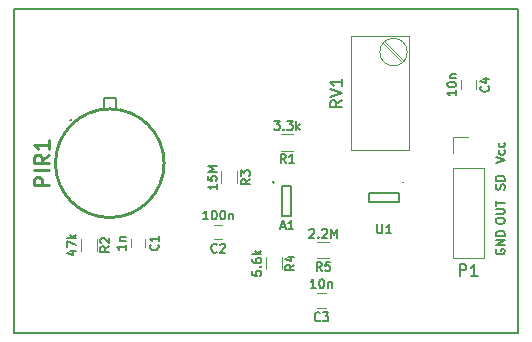
<source format=gbr>
%TF.GenerationSoftware,KiCad,Pcbnew,4.0.7*%
%TF.CreationDate,2018-05-13T14:57:25+02:00*%
%TF.ProjectId,nestbox,6E657374626F782E6B696361645F7063,rev?*%
%TF.FileFunction,Legend,Top*%
%FSLAX46Y46*%
G04 Gerber Fmt 4.6, Leading zero omitted, Abs format (unit mm)*
G04 Created by KiCad (PCBNEW 4.0.7) date 05/13/18 14:57:25*
%MOMM*%
%LPD*%
G01*
G04 APERTURE LIST*
%ADD10C,0.150000*%
%ADD11C,0.200000*%
%ADD12C,0.254000*%
%ADD13C,0.120000*%
%ADD14C,0.050000*%
G04 APERTURE END LIST*
D10*
X154650000Y-113966428D02*
X154614286Y-114037857D01*
X154614286Y-114145000D01*
X154650000Y-114252143D01*
X154721429Y-114323571D01*
X154792857Y-114359286D01*
X154935714Y-114395000D01*
X155042857Y-114395000D01*
X155185714Y-114359286D01*
X155257143Y-114323571D01*
X155328571Y-114252143D01*
X155364286Y-114145000D01*
X155364286Y-114073571D01*
X155328571Y-113966428D01*
X155292857Y-113930714D01*
X155042857Y-113930714D01*
X155042857Y-114073571D01*
X155364286Y-113609286D02*
X154614286Y-113609286D01*
X155364286Y-113180714D01*
X154614286Y-113180714D01*
X155364286Y-112823572D02*
X154614286Y-112823572D01*
X154614286Y-112645000D01*
X154650000Y-112537857D01*
X154721429Y-112466429D01*
X154792857Y-112430714D01*
X154935714Y-112395000D01*
X155042857Y-112395000D01*
X155185714Y-112430714D01*
X155257143Y-112466429D01*
X155328571Y-112537857D01*
X155364286Y-112645000D01*
X155364286Y-112823572D01*
X154614286Y-111604999D02*
X154614286Y-111462142D01*
X154650000Y-111390714D01*
X154721429Y-111319285D01*
X154864286Y-111283571D01*
X155114286Y-111283571D01*
X155257143Y-111319285D01*
X155328571Y-111390714D01*
X155364286Y-111462142D01*
X155364286Y-111604999D01*
X155328571Y-111676428D01*
X155257143Y-111747857D01*
X155114286Y-111783571D01*
X154864286Y-111783571D01*
X154721429Y-111747857D01*
X154650000Y-111676428D01*
X154614286Y-111604999D01*
X154614286Y-110962143D02*
X155221429Y-110962143D01*
X155292857Y-110926428D01*
X155328571Y-110890714D01*
X155364286Y-110819285D01*
X155364286Y-110676428D01*
X155328571Y-110605000D01*
X155292857Y-110569285D01*
X155221429Y-110533571D01*
X154614286Y-110533571D01*
X154614286Y-110283571D02*
X154614286Y-109855000D01*
X155364286Y-110069286D02*
X154614286Y-110069286D01*
X155328571Y-108904286D02*
X155364286Y-108797143D01*
X155364286Y-108618572D01*
X155328571Y-108547143D01*
X155292857Y-108511429D01*
X155221429Y-108475714D01*
X155150000Y-108475714D01*
X155078571Y-108511429D01*
X155042857Y-108547143D01*
X155007143Y-108618572D01*
X154971429Y-108761429D01*
X154935714Y-108832857D01*
X154900000Y-108868572D01*
X154828571Y-108904286D01*
X154757143Y-108904286D01*
X154685714Y-108868572D01*
X154650000Y-108832857D01*
X154614286Y-108761429D01*
X154614286Y-108582857D01*
X154650000Y-108475714D01*
X155364286Y-108154286D02*
X154614286Y-108154286D01*
X154614286Y-107975714D01*
X154650000Y-107868571D01*
X154721429Y-107797143D01*
X154792857Y-107761428D01*
X154935714Y-107725714D01*
X155042857Y-107725714D01*
X155185714Y-107761428D01*
X155257143Y-107797143D01*
X155328571Y-107868571D01*
X155364286Y-107975714D01*
X155364286Y-108154286D01*
X154614286Y-106667856D02*
X155364286Y-106417856D01*
X154614286Y-106167856D01*
X155328571Y-105596428D02*
X155364286Y-105667857D01*
X155364286Y-105810714D01*
X155328571Y-105882142D01*
X155292857Y-105917857D01*
X155221429Y-105953571D01*
X155007143Y-105953571D01*
X154935714Y-105917857D01*
X154900000Y-105882142D01*
X154864286Y-105810714D01*
X154864286Y-105667857D01*
X154900000Y-105596428D01*
X155328571Y-104953571D02*
X155364286Y-105025000D01*
X155364286Y-105167857D01*
X155328571Y-105239285D01*
X155292857Y-105275000D01*
X155221429Y-105310714D01*
X155007143Y-105310714D01*
X154935714Y-105275000D01*
X154900000Y-105239285D01*
X154864286Y-105167857D01*
X154864286Y-105025000D01*
X154900000Y-104953571D01*
X155150000Y-121050000D02*
X156500000Y-121050000D01*
X156500000Y-93600000D02*
X156500000Y-121050000D01*
X113775000Y-93600000D02*
X156525000Y-93600000D01*
X113775000Y-121050000D02*
X113775000Y-93600000D01*
X155175000Y-121050000D02*
X113775000Y-121050000D01*
D11*
X122420000Y-102016000D02*
X122420000Y-101180000D01*
X122420000Y-101180000D02*
X121420000Y-101180000D01*
X121420000Y-101180000D02*
X121420000Y-102031000D01*
D12*
X126520000Y-106680000D02*
G75*
G03X126520000Y-106680000I-4600000J0D01*
G01*
X118632000Y-103025000D02*
G75*
G03X118632000Y-103025000I-59000J0D01*
G01*
D10*
X136544000Y-108630000D02*
X137306000Y-108630000D01*
X137306000Y-108630000D02*
X137306000Y-111170000D01*
X137306000Y-111170000D02*
X136544000Y-111170000D01*
X136544000Y-111170000D02*
X136544000Y-108630000D01*
X135824992Y-108274400D02*
G75*
G03X135824992Y-108274400I-68392J0D01*
G01*
X146724800Y-108305000D02*
G75*
G03X146724800Y-108305000I-50800J0D01*
G01*
X146420000Y-109194000D02*
X146420000Y-109956000D01*
X146420000Y-109956000D02*
X143880000Y-109956000D01*
X143880000Y-109956000D02*
X143880000Y-109194000D01*
X143880000Y-109194000D02*
X146420000Y-109194000D01*
X146420000Y-109194000D02*
X146420000Y-109575000D01*
D13*
X124925000Y-113100000D02*
X124925000Y-113800000D01*
X123725000Y-113800000D02*
X123725000Y-113100000D01*
X131450000Y-113100000D02*
X130750000Y-113100000D01*
X130750000Y-111900000D02*
X131450000Y-111900000D01*
X140200000Y-118900000D02*
X139500000Y-118900000D01*
X139500000Y-117700000D02*
X140200000Y-117700000D01*
X150945000Y-114725000D02*
X153605000Y-114725000D01*
X150945000Y-107045000D02*
X150945000Y-114725000D01*
X153605000Y-107045000D02*
X153605000Y-114725000D01*
X150945000Y-107045000D02*
X153605000Y-107045000D01*
X150945000Y-105775000D02*
X150945000Y-104445000D01*
X150945000Y-104445000D02*
X152275000Y-104445000D01*
X136450000Y-104245000D02*
X137450000Y-104245000D01*
X137450000Y-105605000D02*
X136450000Y-105605000D01*
X119445000Y-114100000D02*
X119445000Y-113100000D01*
X120805000Y-113100000D02*
X120805000Y-114100000D01*
X132730000Y-107375000D02*
X132730000Y-108375000D01*
X131370000Y-108375000D02*
X131370000Y-107375000D01*
X135120000Y-115650000D02*
X135120000Y-114650000D01*
X136480000Y-114650000D02*
X136480000Y-115650000D01*
X139500000Y-113370000D02*
X140500000Y-113370000D01*
X140500000Y-114730000D02*
X139500000Y-114730000D01*
X147100000Y-97270000D02*
G75*
G03X147100000Y-97270000I-1155000J0D01*
G01*
X142325000Y-105590000D02*
X142325000Y-95940000D01*
X147276000Y-105590000D02*
X147276000Y-95940000D01*
X142325000Y-105590000D02*
X147276000Y-105590000D01*
X142325000Y-95940000D02*
X147276000Y-95940000D01*
X145211000Y-96394000D02*
X146821000Y-98005000D01*
X145070000Y-96534000D02*
X146680000Y-98146000D01*
X151700000Y-100375000D02*
X151700000Y-99675000D01*
X152900000Y-99675000D02*
X152900000Y-100375000D01*
D12*
X116779524Y-108554762D02*
X115509524Y-108554762D01*
X115509524Y-108070953D01*
X115570000Y-107950000D01*
X115630476Y-107889524D01*
X115751429Y-107829048D01*
X115932857Y-107829048D01*
X116053810Y-107889524D01*
X116114286Y-107950000D01*
X116174762Y-108070953D01*
X116174762Y-108554762D01*
X116779524Y-107284762D02*
X115509524Y-107284762D01*
X116779524Y-105954286D02*
X116174762Y-106377619D01*
X116779524Y-106680000D02*
X115509524Y-106680000D01*
X115509524Y-106196191D01*
X115570000Y-106075238D01*
X115630476Y-106014762D01*
X115751429Y-105954286D01*
X115932857Y-105954286D01*
X116053810Y-106014762D01*
X116114286Y-106075238D01*
X116174762Y-106196191D01*
X116174762Y-106680000D01*
X116779524Y-104744762D02*
X116779524Y-105470476D01*
X116779524Y-105107619D02*
X115509524Y-105107619D01*
X115690952Y-105228571D01*
X115811905Y-105349524D01*
X115872381Y-105470476D01*
D10*
X136389286Y-112057000D02*
X136746429Y-112057000D01*
X136317858Y-112271286D02*
X136567858Y-111521286D01*
X136817858Y-112271286D01*
X137460715Y-112271286D02*
X137032143Y-112271286D01*
X137246429Y-112271286D02*
X137246429Y-111521286D01*
X137175000Y-111628429D01*
X137103572Y-111699857D01*
X137032143Y-111735571D01*
D14*
D10*
X144578571Y-111864286D02*
X144578571Y-112471429D01*
X144614286Y-112542857D01*
X144650000Y-112578571D01*
X144721429Y-112614286D01*
X144864286Y-112614286D01*
X144935714Y-112578571D01*
X144971429Y-112542857D01*
X145007143Y-112471429D01*
X145007143Y-111864286D01*
X145757143Y-112614286D02*
X145328571Y-112614286D01*
X145542857Y-112614286D02*
X145542857Y-111864286D01*
X145471428Y-111971429D01*
X145400000Y-112042857D01*
X145328571Y-112078571D01*
D14*
D10*
X125992857Y-113575000D02*
X126028571Y-113610714D01*
X126064286Y-113717857D01*
X126064286Y-113789286D01*
X126028571Y-113896429D01*
X125957143Y-113967857D01*
X125885714Y-114003572D01*
X125742857Y-114039286D01*
X125635714Y-114039286D01*
X125492857Y-114003572D01*
X125421429Y-113967857D01*
X125350000Y-113896429D01*
X125314286Y-113789286D01*
X125314286Y-113717857D01*
X125350000Y-113610714D01*
X125385714Y-113575000D01*
X126064286Y-112860714D02*
X126064286Y-113289286D01*
X126064286Y-113075000D02*
X125314286Y-113075000D01*
X125421429Y-113146429D01*
X125492857Y-113217857D01*
X125528571Y-113289286D01*
X123264286Y-113574999D02*
X123264286Y-114003571D01*
X123264286Y-113789285D02*
X122514286Y-113789285D01*
X122621429Y-113860714D01*
X122692857Y-113932142D01*
X122728571Y-114003571D01*
X122764286Y-113253571D02*
X123264286Y-113253571D01*
X122835714Y-113253571D02*
X122800000Y-113217856D01*
X122764286Y-113146428D01*
X122764286Y-113039285D01*
X122800000Y-112967856D01*
X122871429Y-112932142D01*
X123264286Y-112932142D01*
X130975000Y-114167857D02*
X130939286Y-114203571D01*
X130832143Y-114239286D01*
X130760714Y-114239286D01*
X130653571Y-114203571D01*
X130582143Y-114132143D01*
X130546428Y-114060714D01*
X130510714Y-113917857D01*
X130510714Y-113810714D01*
X130546428Y-113667857D01*
X130582143Y-113596429D01*
X130653571Y-113525000D01*
X130760714Y-113489286D01*
X130832143Y-113489286D01*
X130939286Y-113525000D01*
X130975000Y-113560714D01*
X131260714Y-113560714D02*
X131296428Y-113525000D01*
X131367857Y-113489286D01*
X131546428Y-113489286D01*
X131617857Y-113525000D01*
X131653571Y-113560714D01*
X131689286Y-113632143D01*
X131689286Y-113703571D01*
X131653571Y-113810714D01*
X131225000Y-114239286D01*
X131689286Y-114239286D01*
X130260715Y-111439286D02*
X129832143Y-111439286D01*
X130046429Y-111439286D02*
X130046429Y-110689286D01*
X129975000Y-110796429D01*
X129903572Y-110867857D01*
X129832143Y-110903571D01*
X130725001Y-110689286D02*
X130796429Y-110689286D01*
X130867858Y-110725000D01*
X130903572Y-110760714D01*
X130939286Y-110832143D01*
X130975001Y-110975000D01*
X130975001Y-111153571D01*
X130939286Y-111296429D01*
X130903572Y-111367857D01*
X130867858Y-111403571D01*
X130796429Y-111439286D01*
X130725001Y-111439286D01*
X130653572Y-111403571D01*
X130617858Y-111367857D01*
X130582143Y-111296429D01*
X130546429Y-111153571D01*
X130546429Y-110975000D01*
X130582143Y-110832143D01*
X130617858Y-110760714D01*
X130653572Y-110725000D01*
X130725001Y-110689286D01*
X131439287Y-110689286D02*
X131510715Y-110689286D01*
X131582144Y-110725000D01*
X131617858Y-110760714D01*
X131653572Y-110832143D01*
X131689287Y-110975000D01*
X131689287Y-111153571D01*
X131653572Y-111296429D01*
X131617858Y-111367857D01*
X131582144Y-111403571D01*
X131510715Y-111439286D01*
X131439287Y-111439286D01*
X131367858Y-111403571D01*
X131332144Y-111367857D01*
X131296429Y-111296429D01*
X131260715Y-111153571D01*
X131260715Y-110975000D01*
X131296429Y-110832143D01*
X131332144Y-110760714D01*
X131367858Y-110725000D01*
X131439287Y-110689286D01*
X132010715Y-110939286D02*
X132010715Y-111439286D01*
X132010715Y-111010714D02*
X132046430Y-110975000D01*
X132117858Y-110939286D01*
X132225001Y-110939286D01*
X132296430Y-110975000D01*
X132332144Y-111046429D01*
X132332144Y-111439286D01*
X139725000Y-119967857D02*
X139689286Y-120003571D01*
X139582143Y-120039286D01*
X139510714Y-120039286D01*
X139403571Y-120003571D01*
X139332143Y-119932143D01*
X139296428Y-119860714D01*
X139260714Y-119717857D01*
X139260714Y-119610714D01*
X139296428Y-119467857D01*
X139332143Y-119396429D01*
X139403571Y-119325000D01*
X139510714Y-119289286D01*
X139582143Y-119289286D01*
X139689286Y-119325000D01*
X139725000Y-119360714D01*
X139975000Y-119289286D02*
X140439286Y-119289286D01*
X140189286Y-119575000D01*
X140296428Y-119575000D01*
X140367857Y-119610714D01*
X140403571Y-119646429D01*
X140439286Y-119717857D01*
X140439286Y-119896429D01*
X140403571Y-119967857D01*
X140367857Y-120003571D01*
X140296428Y-120039286D01*
X140082143Y-120039286D01*
X140010714Y-120003571D01*
X139975000Y-119967857D01*
X139367858Y-117239286D02*
X138939286Y-117239286D01*
X139153572Y-117239286D02*
X139153572Y-116489286D01*
X139082143Y-116596429D01*
X139010715Y-116667857D01*
X138939286Y-116703571D01*
X139832144Y-116489286D02*
X139903572Y-116489286D01*
X139975001Y-116525000D01*
X140010715Y-116560714D01*
X140046429Y-116632143D01*
X140082144Y-116775000D01*
X140082144Y-116953571D01*
X140046429Y-117096429D01*
X140010715Y-117167857D01*
X139975001Y-117203571D01*
X139903572Y-117239286D01*
X139832144Y-117239286D01*
X139760715Y-117203571D01*
X139725001Y-117167857D01*
X139689286Y-117096429D01*
X139653572Y-116953571D01*
X139653572Y-116775000D01*
X139689286Y-116632143D01*
X139725001Y-116560714D01*
X139760715Y-116525000D01*
X139832144Y-116489286D01*
X140403572Y-116739286D02*
X140403572Y-117239286D01*
X140403572Y-116810714D02*
X140439287Y-116775000D01*
X140510715Y-116739286D01*
X140617858Y-116739286D01*
X140689287Y-116775000D01*
X140725001Y-116846429D01*
X140725001Y-117239286D01*
X151536905Y-116227381D02*
X151536905Y-115227381D01*
X151917858Y-115227381D01*
X152013096Y-115275000D01*
X152060715Y-115322619D01*
X152108334Y-115417857D01*
X152108334Y-115560714D01*
X152060715Y-115655952D01*
X152013096Y-115703571D01*
X151917858Y-115751190D01*
X151536905Y-115751190D01*
X153060715Y-116227381D02*
X152489286Y-116227381D01*
X152775000Y-116227381D02*
X152775000Y-115227381D01*
X152679762Y-115370238D01*
X152584524Y-115465476D01*
X152489286Y-115513095D01*
X136825000Y-106664286D02*
X136575000Y-106307143D01*
X136396428Y-106664286D02*
X136396428Y-105914286D01*
X136682143Y-105914286D01*
X136753571Y-105950000D01*
X136789286Y-105985714D01*
X136825000Y-106057143D01*
X136825000Y-106164286D01*
X136789286Y-106235714D01*
X136753571Y-106271429D01*
X136682143Y-106307143D01*
X136396428Y-106307143D01*
X137539286Y-106664286D02*
X137110714Y-106664286D01*
X137325000Y-106664286D02*
X137325000Y-105914286D01*
X137253571Y-106021429D01*
X137182143Y-106092857D01*
X137110714Y-106128571D01*
X135860714Y-103114286D02*
X136325000Y-103114286D01*
X136075000Y-103400000D01*
X136182142Y-103400000D01*
X136253571Y-103435714D01*
X136289285Y-103471429D01*
X136325000Y-103542857D01*
X136325000Y-103721429D01*
X136289285Y-103792857D01*
X136253571Y-103828571D01*
X136182142Y-103864286D01*
X135967857Y-103864286D01*
X135896428Y-103828571D01*
X135860714Y-103792857D01*
X136646428Y-103792857D02*
X136682143Y-103828571D01*
X136646428Y-103864286D01*
X136610714Y-103828571D01*
X136646428Y-103792857D01*
X136646428Y-103864286D01*
X136932143Y-103114286D02*
X137396429Y-103114286D01*
X137146429Y-103400000D01*
X137253571Y-103400000D01*
X137325000Y-103435714D01*
X137360714Y-103471429D01*
X137396429Y-103542857D01*
X137396429Y-103721429D01*
X137360714Y-103792857D01*
X137325000Y-103828571D01*
X137253571Y-103864286D01*
X137039286Y-103864286D01*
X136967857Y-103828571D01*
X136932143Y-103792857D01*
X137717857Y-103864286D02*
X137717857Y-103114286D01*
X137789286Y-103578571D02*
X138003572Y-103864286D01*
X138003572Y-103364286D02*
X137717857Y-103650000D01*
X121864286Y-113725000D02*
X121507143Y-113975000D01*
X121864286Y-114153572D02*
X121114286Y-114153572D01*
X121114286Y-113867857D01*
X121150000Y-113796429D01*
X121185714Y-113760714D01*
X121257143Y-113725000D01*
X121364286Y-113725000D01*
X121435714Y-113760714D01*
X121471429Y-113796429D01*
X121507143Y-113867857D01*
X121507143Y-114153572D01*
X121185714Y-113439286D02*
X121150000Y-113403572D01*
X121114286Y-113332143D01*
X121114286Y-113153572D01*
X121150000Y-113082143D01*
X121185714Y-113046429D01*
X121257143Y-113010714D01*
X121328571Y-113010714D01*
X121435714Y-113046429D01*
X121864286Y-113475000D01*
X121864286Y-113010714D01*
X118564286Y-114117857D02*
X119064286Y-114117857D01*
X118278571Y-114296428D02*
X118814286Y-114475000D01*
X118814286Y-114010714D01*
X118314286Y-113796428D02*
X118314286Y-113296428D01*
X119064286Y-113617857D01*
X119064286Y-113010714D02*
X118314286Y-113010714D01*
X118778571Y-112939285D02*
X119064286Y-112724999D01*
X118564286Y-112724999D02*
X118850000Y-113010714D01*
X133789286Y-108000000D02*
X133432143Y-108250000D01*
X133789286Y-108428572D02*
X133039286Y-108428572D01*
X133039286Y-108142857D01*
X133075000Y-108071429D01*
X133110714Y-108035714D01*
X133182143Y-108000000D01*
X133289286Y-108000000D01*
X133360714Y-108035714D01*
X133396429Y-108071429D01*
X133432143Y-108142857D01*
X133432143Y-108428572D01*
X133039286Y-107750000D02*
X133039286Y-107285714D01*
X133325000Y-107535714D01*
X133325000Y-107428572D01*
X133360714Y-107357143D01*
X133396429Y-107321429D01*
X133467857Y-107285714D01*
X133646429Y-107285714D01*
X133717857Y-107321429D01*
X133753571Y-107357143D01*
X133789286Y-107428572D01*
X133789286Y-107642857D01*
X133753571Y-107714286D01*
X133717857Y-107750000D01*
X130989286Y-108446428D02*
X130989286Y-108875000D01*
X130989286Y-108660714D02*
X130239286Y-108660714D01*
X130346429Y-108732143D01*
X130417857Y-108803571D01*
X130453571Y-108875000D01*
X130239286Y-107767857D02*
X130239286Y-108125000D01*
X130596429Y-108160714D01*
X130560714Y-108125000D01*
X130525000Y-108053571D01*
X130525000Y-107875000D01*
X130560714Y-107803571D01*
X130596429Y-107767857D01*
X130667857Y-107732142D01*
X130846429Y-107732142D01*
X130917857Y-107767857D01*
X130953571Y-107803571D01*
X130989286Y-107875000D01*
X130989286Y-108053571D01*
X130953571Y-108125000D01*
X130917857Y-108160714D01*
X130989286Y-107410714D02*
X130239286Y-107410714D01*
X130775000Y-107160714D01*
X130239286Y-106910714D01*
X130989286Y-106910714D01*
X137539286Y-115275000D02*
X137182143Y-115525000D01*
X137539286Y-115703572D02*
X136789286Y-115703572D01*
X136789286Y-115417857D01*
X136825000Y-115346429D01*
X136860714Y-115310714D01*
X136932143Y-115275000D01*
X137039286Y-115275000D01*
X137110714Y-115310714D01*
X137146429Y-115346429D01*
X137182143Y-115417857D01*
X137182143Y-115703572D01*
X137039286Y-114632143D02*
X137539286Y-114632143D01*
X136753571Y-114810714D02*
X137289286Y-114989286D01*
X137289286Y-114525000D01*
X133989286Y-115810715D02*
X133989286Y-116167858D01*
X134346429Y-116203572D01*
X134310714Y-116167858D01*
X134275000Y-116096429D01*
X134275000Y-115917858D01*
X134310714Y-115846429D01*
X134346429Y-115810715D01*
X134417857Y-115775000D01*
X134596429Y-115775000D01*
X134667857Y-115810715D01*
X134703571Y-115846429D01*
X134739286Y-115917858D01*
X134739286Y-116096429D01*
X134703571Y-116167858D01*
X134667857Y-116203572D01*
X134667857Y-115453572D02*
X134703571Y-115417857D01*
X134739286Y-115453572D01*
X134703571Y-115489286D01*
X134667857Y-115453572D01*
X134739286Y-115453572D01*
X133989286Y-114775000D02*
X133989286Y-114917857D01*
X134025000Y-114989286D01*
X134060714Y-115025000D01*
X134167857Y-115096429D01*
X134310714Y-115132143D01*
X134596429Y-115132143D01*
X134667857Y-115096429D01*
X134703571Y-115060714D01*
X134739286Y-114989286D01*
X134739286Y-114846429D01*
X134703571Y-114775000D01*
X134667857Y-114739286D01*
X134596429Y-114703571D01*
X134417857Y-114703571D01*
X134346429Y-114739286D01*
X134310714Y-114775000D01*
X134275000Y-114846429D01*
X134275000Y-114989286D01*
X134310714Y-115060714D01*
X134346429Y-115096429D01*
X134417857Y-115132143D01*
X134739286Y-114382143D02*
X133989286Y-114382143D01*
X134453571Y-114310714D02*
X134739286Y-114096428D01*
X134239286Y-114096428D02*
X134525000Y-114382143D01*
X139875000Y-115789286D02*
X139625000Y-115432143D01*
X139446428Y-115789286D02*
X139446428Y-115039286D01*
X139732143Y-115039286D01*
X139803571Y-115075000D01*
X139839286Y-115110714D01*
X139875000Y-115182143D01*
X139875000Y-115289286D01*
X139839286Y-115360714D01*
X139803571Y-115396429D01*
X139732143Y-115432143D01*
X139446428Y-115432143D01*
X140553571Y-115039286D02*
X140196428Y-115039286D01*
X140160714Y-115396429D01*
X140196428Y-115360714D01*
X140267857Y-115325000D01*
X140446428Y-115325000D01*
X140517857Y-115360714D01*
X140553571Y-115396429D01*
X140589286Y-115467857D01*
X140589286Y-115646429D01*
X140553571Y-115717857D01*
X140517857Y-115753571D01*
X140446428Y-115789286D01*
X140267857Y-115789286D01*
X140196428Y-115753571D01*
X140160714Y-115717857D01*
X138821428Y-112310714D02*
X138857142Y-112275000D01*
X138928571Y-112239286D01*
X139107142Y-112239286D01*
X139178571Y-112275000D01*
X139214285Y-112310714D01*
X139250000Y-112382143D01*
X139250000Y-112453571D01*
X139214285Y-112560714D01*
X138785714Y-112989286D01*
X139250000Y-112989286D01*
X139571428Y-112917857D02*
X139607143Y-112953571D01*
X139571428Y-112989286D01*
X139535714Y-112953571D01*
X139571428Y-112917857D01*
X139571428Y-112989286D01*
X139892857Y-112310714D02*
X139928571Y-112275000D01*
X140000000Y-112239286D01*
X140178571Y-112239286D01*
X140250000Y-112275000D01*
X140285714Y-112310714D01*
X140321429Y-112382143D01*
X140321429Y-112453571D01*
X140285714Y-112560714D01*
X139857143Y-112989286D01*
X140321429Y-112989286D01*
X140642857Y-112989286D02*
X140642857Y-112239286D01*
X140892857Y-112775000D01*
X141142857Y-112239286D01*
X141142857Y-112989286D01*
X141587381Y-101360238D02*
X141111190Y-101693572D01*
X141587381Y-101931667D02*
X140587381Y-101931667D01*
X140587381Y-101550714D01*
X140635000Y-101455476D01*
X140682619Y-101407857D01*
X140777857Y-101360238D01*
X140920714Y-101360238D01*
X141015952Y-101407857D01*
X141063571Y-101455476D01*
X141111190Y-101550714D01*
X141111190Y-101931667D01*
X140587381Y-101074524D02*
X141587381Y-100741191D01*
X140587381Y-100407857D01*
X141587381Y-99550714D02*
X141587381Y-100122143D01*
X141587381Y-99836429D02*
X140587381Y-99836429D01*
X140730238Y-99931667D01*
X140825476Y-100026905D01*
X140873095Y-100122143D01*
X153967857Y-100150000D02*
X154003571Y-100185714D01*
X154039286Y-100292857D01*
X154039286Y-100364286D01*
X154003571Y-100471429D01*
X153932143Y-100542857D01*
X153860714Y-100578572D01*
X153717857Y-100614286D01*
X153610714Y-100614286D01*
X153467857Y-100578572D01*
X153396429Y-100542857D01*
X153325000Y-100471429D01*
X153289286Y-100364286D01*
X153289286Y-100292857D01*
X153325000Y-100185714D01*
X153360714Y-100150000D01*
X153539286Y-99507143D02*
X154039286Y-99507143D01*
X153253571Y-99685714D02*
X153789286Y-99864286D01*
X153789286Y-99400000D01*
X151239286Y-100507142D02*
X151239286Y-100935714D01*
X151239286Y-100721428D02*
X150489286Y-100721428D01*
X150596429Y-100792857D01*
X150667857Y-100864285D01*
X150703571Y-100935714D01*
X150489286Y-100042856D02*
X150489286Y-99971428D01*
X150525000Y-99899999D01*
X150560714Y-99864285D01*
X150632143Y-99828571D01*
X150775000Y-99792856D01*
X150953571Y-99792856D01*
X151096429Y-99828571D01*
X151167857Y-99864285D01*
X151203571Y-99899999D01*
X151239286Y-99971428D01*
X151239286Y-100042856D01*
X151203571Y-100114285D01*
X151167857Y-100149999D01*
X151096429Y-100185714D01*
X150953571Y-100221428D01*
X150775000Y-100221428D01*
X150632143Y-100185714D01*
X150560714Y-100149999D01*
X150525000Y-100114285D01*
X150489286Y-100042856D01*
X150739286Y-99471428D02*
X151239286Y-99471428D01*
X150810714Y-99471428D02*
X150775000Y-99435713D01*
X150739286Y-99364285D01*
X150739286Y-99257142D01*
X150775000Y-99185713D01*
X150846429Y-99149999D01*
X151239286Y-99149999D01*
M02*

</source>
